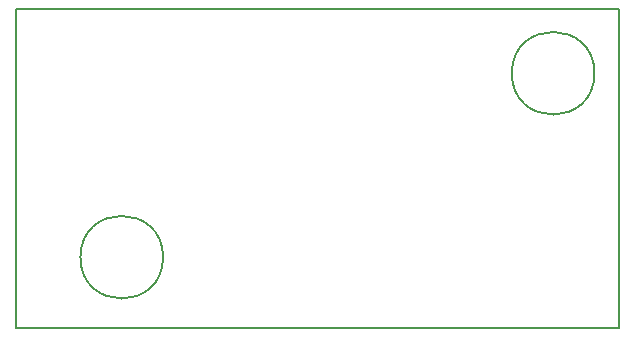
<source format=gko>
%FSLAX44Y44*%
%MOMM*%
G71*
G01*
G75*
G04 Layer_Color=16711935*
%ADD10R,1.7000X1.2500*%
%ADD11R,10.0000X13.5000*%
%ADD12R,1.8000X4.0000*%
G04:AMPARAMS|DCode=13|XSize=0.7mm|YSize=1.1mm|CornerRadius=0mm|HoleSize=0mm|Usage=FLASHONLY|Rotation=270.000|XOffset=0mm|YOffset=0mm|HoleType=Round|Shape=Octagon|*
%AMOCTAGOND13*
4,1,8,0.5500,0.1750,0.5500,-0.1750,0.3750,-0.3500,-0.3750,-0.3500,-0.5500,-0.1750,-0.5500,0.1750,-0.3750,0.3500,0.3750,0.3500,0.5500,0.1750,0.0*
%
%ADD13OCTAGOND13*%

%ADD14R,1.1000X0.7000*%
%ADD15R,0.9500X1.0000*%
%ADD16R,4.0000X2.5000*%
%ADD17R,1.6000X1.8000*%
%ADD18R,1.4500X2.8000*%
%ADD19R,1.1000X0.9500*%
%ADD20C,0.5000*%
%ADD21C,1.0000*%
%ADD22C,0.6800*%
%ADD23C,0.3000*%
%ADD24R,1.6000X1.6000*%
%ADD25C,3.6000*%
%ADD26O,3.5000X3.0000*%
%ADD27R,3.5000X3.0000*%
%ADD28C,0.8000*%
%ADD29C,0.2000*%
%ADD30C,0.0254*%
%ADD31R,1.9000X1.4500*%
%ADD32R,10.2000X13.7000*%
%ADD33R,2.0000X4.2000*%
G04:AMPARAMS|DCode=34|XSize=0.9mm|YSize=1.3mm|CornerRadius=0mm|HoleSize=0mm|Usage=FLASHONLY|Rotation=270.000|XOffset=0mm|YOffset=0mm|HoleType=Round|Shape=Octagon|*
%AMOCTAGOND34*
4,1,8,0.6500,0.2250,0.6500,-0.2250,0.4250,-0.4500,-0.4250,-0.4500,-0.6500,-0.2250,-0.6500,0.2250,-0.4250,0.4500,0.4250,0.4500,0.6500,0.2250,0.0*
%
%ADD34OCTAGOND34*%

%ADD35R,1.3000X0.9000*%
%ADD36R,1.1500X1.2000*%
%ADD37R,4.2000X2.7000*%
%ADD38R,1.8000X2.0000*%
%ADD39R,1.6500X3.0000*%
%ADD40R,1.3000X1.1500*%
%ADD41R,1.8000X1.8000*%
%ADD42C,3.8000*%
%ADD43O,3.7000X3.2000*%
%ADD44R,3.7000X3.2000*%
%ADD45C,1.0000*%
%ADD46C,0.0508*%
D29*
X489500Y215500D02*
G03*
X489500Y215500I-35000J0D01*
G01*
X124250Y59751D02*
G03*
X124250Y59751I-35000J0D01*
G01*
X0Y270000D02*
X510000D01*
X0Y0D02*
Y270000D01*
X510000Y0D02*
Y270000D01*
X0Y0D02*
X510000D01*
M02*

</source>
